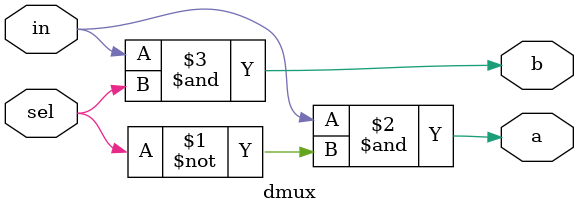
<source format=v>
/* basic dmux that put the input to one of the output channels */
module dmux(
    input wire in,
    input wire sel,
    output wire a,
    output wire b
);
    assign a = in & ~sel;
    assign b = in & sel;
endmodule
</source>
